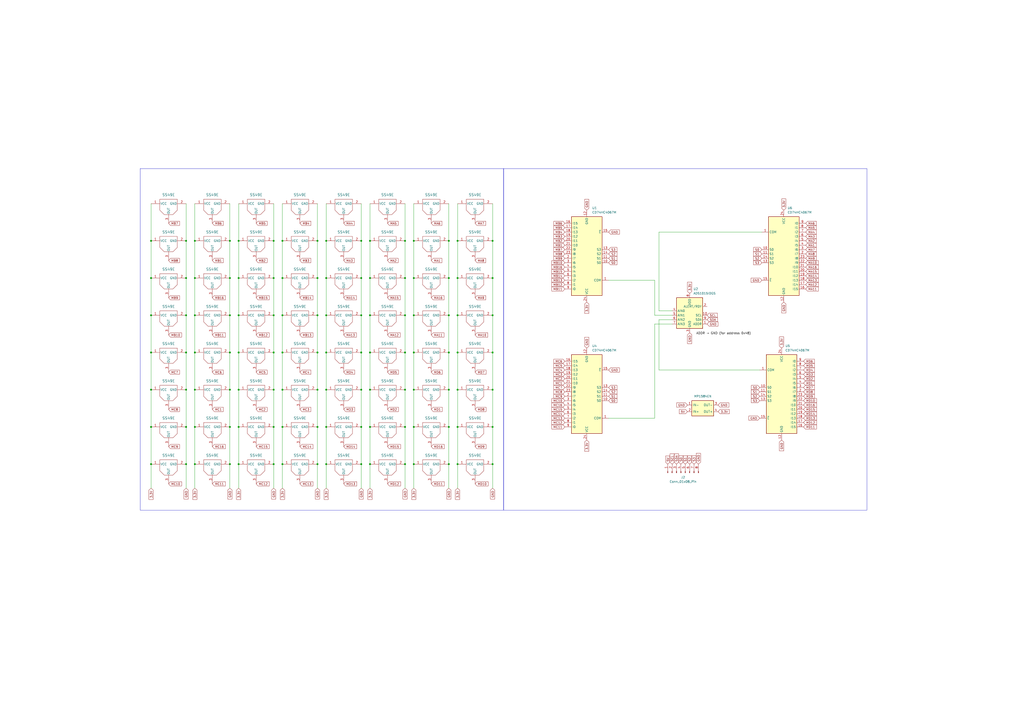
<source format=kicad_sch>
(kicad_sch (version 20250114) (generator "eeschema") (generator_version "9.0")
  (paper "A2")
  (rectangle (start 81.28 97.79) (end 292.1 295.91))
  (rectangle (start 292.1 97.79) (end 502.92 295.91))
  (junction (at 234.95 247.65))
  (junction (at 234.95 204.47))
  (junction (at 113.03 182.88))
  (junction (at 184.15 226.06))
  (junction (at 158.75 161.29))
  (junction (at 87.63 269.24))
  (junction (at 234.95 226.06))
  (junction (at 133.35 161.29))
  (junction (at 240.03 204.47))
  (junction (at 87.63 161.29))
  (junction (at 285.75 139.7))
  (junction (at 184.15 139.7))
  (junction (at 285.75 161.29))
  (junction (at 184.15 247.65))
  (junction (at 265.43 161.29))
  (junction (at 113.03 161.29))
  (junction (at 107.95 161.29))
  (junction (at 138.43 247.65))
  (junction (at 184.15 182.88))
  (junction (at 189.23 204.47))
  (junction (at 260.35 247.65))
  (junction (at 133.35 226.06))
  (junction (at 209.55 247.65))
  (junction (at 107.95 139.7))
  (junction (at 260.35 161.29))
  (junction (at 163.83 226.06))
  (junction (at 158.75 247.65))
  (junction (at 107.95 226.06))
  (junction (at 189.23 269.24))
  (junction (at 184.15 204.47))
  (junction (at 189.23 161.29))
  (junction (at 158.75 226.06))
  (junction (at 158.75 139.7))
  (junction (at 113.03 226.06))
  (junction (at 285.75 269.24))
  (junction (at 240.03 139.7))
  (junction (at 138.43 182.88))
  (junction (at 163.83 247.65))
  (junction (at 234.95 161.29))
  (junction (at 234.95 139.7))
  (junction (at 189.23 247.65))
  (junction (at 285.75 204.47))
  (junction (at 265.43 182.88))
  (junction (at 107.95 204.47))
  (junction (at 240.03 247.65))
  (junction (at 209.55 182.88))
  (junction (at 209.55 204.47))
  (junction (at 133.35 139.7))
  (junction (at 265.43 204.47))
  (junction (at 214.63 226.06))
  (junction (at 189.23 182.88))
  (junction (at 240.03 226.06))
  (junction (at 133.35 247.65))
  (junction (at 189.23 226.06))
  (junction (at 240.03 182.88))
  (junction (at 285.75 182.88))
  (junction (at 265.43 139.7))
  (junction (at 113.03 269.24))
  (junction (at 285.75 247.65))
  (junction (at 265.43 269.24))
  (junction (at 163.83 161.29))
  (junction (at 163.83 269.24))
  (junction (at 189.23 139.7))
  (junction (at 209.55 161.29))
  (junction (at 87.63 204.47))
  (junction (at 234.95 182.88))
  (junction (at 133.35 182.88))
  (junction (at 113.03 247.65))
  (junction (at 209.55 226.06))
  (junction (at 87.63 139.7))
  (junction (at 163.83 139.7))
  (junction (at 265.43 247.65))
  (junction (at 87.63 226.06))
  (junction (at 260.35 182.88))
  (junction (at 214.63 139.7))
  (junction (at 107.95 182.88))
  (junction (at 138.43 226.06))
  (junction (at 163.83 204.47))
  (junction (at 260.35 204.47))
  (junction (at 214.63 269.24))
  (junction (at 209.55 269.24))
  (junction (at 138.43 269.24))
  (junction (at 107.95 269.24))
  (junction (at 260.35 226.06))
  (junction (at 158.75 269.24))
  (junction (at 87.63 247.65))
  (junction (at 163.83 182.88))
  (junction (at 214.63 247.65))
  (junction (at 265.43 226.06))
  (junction (at 184.15 161.29))
  (junction (at 158.75 182.88))
  (junction (at 214.63 182.88))
  (junction (at 138.43 161.29))
  (junction (at 138.43 139.7))
  (junction (at 133.35 269.24))
  (junction (at 87.63 182.88))
  (junction (at 285.75 226.06))
  (junction (at 234.95 269.24))
  (junction (at 209.55 139.7))
  (junction (at 158.75 204.47))
  (junction (at 260.35 139.7))
  (junction (at 240.03 269.24))
  (junction (at 260.35 269.24))
  (junction (at 214.63 204.47))
  (junction (at 133.35 204.47))
  (junction (at 214.63 161.29))
  (junction (at 138.43 204.47))
  (junction (at 184.15 269.24))
  (junction (at 240.03 161.29))
  (junction (at 113.03 139.7))
  (junction (at 107.95 247.65))
  (junction (at 113.03 204.47))
  (wire (pts (xy 240.03 269.24) (xy 240.03 283.21)))
  (wire (pts (xy 209.55 118.11) (xy 209.55 139.7)))
  (wire (pts (xy 285.75 161.29) (xy 285.75 182.88)))
  (wire (pts (xy 189.23 226.06) (xy 189.23 247.65)))
  (wire (pts (xy 189.23 118.11) (xy 189.23 139.7)))
  (wire (pts (xy 163.83 247.65) (xy 163.83 269.24)))
  (wire (pts (xy 184.15 226.06) (xy 184.15 247.65)))
  (wire (pts (xy 107.95 226.06) (xy 107.95 247.65)))
  (wire (pts (xy 158.75 226.06) (xy 158.75 247.65)))
  (wire (pts (xy 113.03 161.29) (xy 113.03 182.88)))
  (wire (pts (xy 260.35 204.47) (xy 260.35 226.06)))
  (wire (pts (xy 158.75 182.88) (xy 158.75 204.47)))
  (wire (pts (xy 133.35 182.88) (xy 133.35 204.47)))
  (wire (pts (xy 209.55 247.65) (xy 209.55 269.24)))
  (wire (pts (xy 234.95 118.11) (xy 234.95 139.7)))
  (wire (pts (xy 107.95 182.88) (xy 107.95 204.47)))
  (wire (pts (xy 265.43 118.11) (xy 265.43 139.7)))
  (wire (pts (xy 285.75 139.7) (xy 285.75 161.29)))
  (wire (pts (xy 184.15 139.7) (xy 184.15 161.29)))
  (wire (pts (xy 113.03 204.47) (xy 113.03 226.06)))
  (wire (pts (xy 163.83 139.7) (xy 163.83 161.29)))
  (wire (pts (xy 138.43 204.47) (xy 138.43 226.06)))
  (wire (pts (xy 189.23 139.7) (xy 189.23 161.29)))
  (wire (pts (xy 158.75 161.29) (xy 158.75 182.88)))
  (wire (pts (xy 234.95 269.24) (xy 234.95 283.21)))
  (wire (pts (xy 113.03 247.65) (xy 113.03 269.24)))
  (wire (pts (xy 189.23 161.29) (xy 189.23 182.88)))
  (wire (pts (xy 163.83 118.11) (xy 163.83 139.7)))
  (wire (pts (xy 353.06 242.57) (xy 379.73 242.57)))
  (wire (pts (xy 158.75 139.7) (xy 158.75 161.29)))
  (wire (pts (xy 133.35 204.47) (xy 133.35 226.06)))
  (wire (pts (xy 184.15 161.29) (xy 184.15 182.88)))
  (wire (pts (xy 234.95 182.88) (xy 234.95 204.47)))
  (wire (pts (xy 214.63 204.47) (xy 214.63 226.06)))
  (wire (pts (xy 234.95 139.7) (xy 234.95 161.29)))
  (wire (pts (xy 285.75 182.88) (xy 285.75 204.47)))
  (wire (pts (xy 214.63 139.7) (xy 214.63 161.29)))
  (wire (pts (xy 87.63 204.47) (xy 87.63 226.06)))
  (wire (pts (xy 138.43 161.29) (xy 138.43 182.88)))
  (wire (pts (xy 260.35 226.06) (xy 260.35 247.65)))
  (wire (pts (xy 138.43 226.06) (xy 138.43 247.65)))
  (wire (pts (xy 107.95 269.24) (xy 107.95 283.21)))
  (wire (pts (xy 234.95 161.29) (xy 234.95 182.88)))
  (wire (pts (xy 113.03 226.06) (xy 113.03 247.65)))
  (wire (pts (xy 189.23 182.88) (xy 189.23 204.47)))
  (wire (pts (xy 234.95 247.65) (xy 234.95 269.24)))
  (wire (pts (xy 113.03 269.24) (xy 113.03 283.21)))
  (wire (pts (xy 189.23 204.47) (xy 189.23 226.06)))
  (wire (pts (xy 87.63 247.65) (xy 87.63 269.24)))
  (wire (pts (xy 285.75 269.24) (xy 285.75 283.21)))
  (wire (pts (xy 209.55 182.88) (xy 209.55 204.47)))
  (wire (pts (xy 209.55 226.06) (xy 209.55 247.65)))
  (wire (pts (xy 209.55 139.7) (xy 209.55 161.29)))
  (wire (pts (xy 265.43 247.65) (xy 265.43 269.24)))
  (wire (pts (xy 184.15 269.24) (xy 184.15 283.21)))
  (wire (pts (xy 87.63 139.7) (xy 87.63 161.29)))
  (wire (pts (xy 163.83 204.47) (xy 163.83 226.06)))
  (wire (pts (xy 158.75 118.11) (xy 158.75 139.7)))
  (wire (pts (xy 379.73 182.88) (xy 389.89 182.88)))
  (wire (pts (xy 260.35 182.88) (xy 260.35 204.47)))
  (wire (pts (xy 87.63 269.24) (xy 87.63 283.21)))
  (wire (pts (xy 214.63 161.29) (xy 214.63 182.88)))
  (wire (pts (xy 133.35 139.7) (xy 133.35 161.29)))
  (wire (pts (xy 234.95 204.47) (xy 234.95 226.06)))
  (wire (pts (xy 382.27 185.42) (xy 389.89 185.42)))
  (wire (pts (xy 87.63 226.06) (xy 87.63 247.65)))
  (wire (pts (xy 113.03 139.7) (xy 113.03 161.29)))
  (wire (pts (xy 107.95 139.7) (xy 107.95 161.29)))
  (wire (pts (xy 285.75 226.06) (xy 285.75 247.65)))
  (wire (pts (xy 133.35 161.29) (xy 133.35 182.88)))
  (wire (pts (xy 441.96 134.62) (xy 382.27 134.62)))
  (wire (pts (xy 214.63 118.11) (xy 214.63 139.7)))
  (wire (pts (xy 240.03 118.11) (xy 240.03 139.7)))
  (wire (pts (xy 379.73 242.57) (xy 379.73 187.96)))
  (wire (pts (xy 133.35 226.06) (xy 133.35 247.65)))
  (wire (pts (xy 234.95 226.06) (xy 234.95 247.65)))
  (wire (pts (xy 209.55 204.47) (xy 209.55 226.06)))
  (wire (pts (xy 240.03 182.88) (xy 240.03 204.47)))
  (wire (pts (xy 107.95 247.65) (xy 107.95 269.24)))
  (wire (pts (xy 163.83 182.88) (xy 163.83 204.47)))
  (wire (pts (xy 138.43 269.24) (xy 138.43 283.21)))
  (wire (pts (xy 184.15 247.65) (xy 184.15 269.24)))
  (wire (pts (xy 214.63 247.65) (xy 214.63 269.24)))
  (wire (pts (xy 138.43 182.88) (xy 138.43 204.47)))
  (wire (pts (xy 353.06 162.56) (xy 379.73 162.56)))
  (wire (pts (xy 189.23 247.65) (xy 189.23 269.24)))
  (wire (pts (xy 133.35 118.11) (xy 133.35 139.7)))
  (wire (pts (xy 214.63 269.24) (xy 214.63 283.21)))
  (wire (pts (xy 158.75 247.65) (xy 158.75 269.24)))
  (wire (pts (xy 260.35 118.11) (xy 260.35 139.7)))
  (wire (pts (xy 87.63 161.29) (xy 87.63 182.88)))
  (wire (pts (xy 440.69 214.63) (xy 382.27 214.63)))
  (wire (pts (xy 113.03 182.88) (xy 113.03 204.47)))
  (wire (pts (xy 260.35 247.65) (xy 260.35 269.24)))
  (wire (pts (xy 240.03 247.65) (xy 240.03 269.24)))
  (wire (pts (xy 382.27 180.34) (xy 389.89 180.34)))
  (wire (pts (xy 260.35 139.7) (xy 260.35 161.29)))
  (wire (pts (xy 107.95 118.11) (xy 107.95 139.7)))
  (wire (pts (xy 265.43 204.47) (xy 265.43 226.06)))
  (wire (pts (xy 265.43 139.7) (xy 265.43 161.29)))
  (wire (pts (xy 133.35 269.24) (xy 133.35 283.21)))
  (wire (pts (xy 138.43 139.7) (xy 138.43 161.29)))
  (wire (pts (xy 133.35 247.65) (xy 133.35 269.24)))
  (wire (pts (xy 138.43 118.11) (xy 138.43 139.7)))
  (wire (pts (xy 113.03 118.11) (xy 113.03 139.7)))
  (wire (pts (xy 214.63 226.06) (xy 214.63 247.65)))
  (wire (pts (xy 138.43 247.65) (xy 138.43 269.24)))
  (wire (pts (xy 158.75 204.47) (xy 158.75 226.06)))
  (wire (pts (xy 163.83 226.06) (xy 163.83 247.65)))
  (wire (pts (xy 382.27 185.42) (xy 382.27 214.63)))
  (wire (pts (xy 240.03 139.7) (xy 240.03 161.29)))
  (wire (pts (xy 184.15 118.11) (xy 184.15 139.7)))
  (wire (pts (xy 163.83 161.29) (xy 163.83 182.88)))
  (wire (pts (xy 260.35 269.24) (xy 260.35 283.21)))
  (wire (pts (xy 209.55 269.24) (xy 209.55 283.21)))
  (wire (pts (xy 265.43 269.24) (xy 265.43 283.21)))
  (wire (pts (xy 184.15 204.47) (xy 184.15 226.06)))
  (wire (pts (xy 189.23 269.24) (xy 189.23 283.21)))
  (wire (pts (xy 209.55 161.29) (xy 209.55 182.88)))
  (wire (pts (xy 240.03 161.29) (xy 240.03 182.88)))
  (wire (pts (xy 265.43 161.29) (xy 265.43 182.88)))
  (wire (pts (xy 285.75 204.47) (xy 285.75 226.06)))
  (wire (pts (xy 240.03 226.06) (xy 240.03 247.65)))
  (wire (pts (xy 240.03 204.47) (xy 240.03 226.06)))
  (wire (pts (xy 158.75 269.24) (xy 158.75 283.21)))
  (wire (pts (xy 87.63 118.11) (xy 87.63 139.7)))
  (wire (pts (xy 265.43 226.06) (xy 265.43 247.65)))
  (wire (pts (xy 214.63 182.88) (xy 214.63 204.47)))
  (wire (pts (xy 107.95 204.47) (xy 107.95 226.06)))
  (wire (pts (xy 285.75 118.11) (xy 285.75 139.7)))
  (wire (pts (xy 87.63 182.88) (xy 87.63 204.47)))
  (wire (pts (xy 382.27 134.62) (xy 382.27 180.34)))
  (wire (pts (xy 265.43 182.88) (xy 265.43 204.47)))
  (wire (pts (xy 107.95 161.29) (xy 107.95 182.88)))
  (wire (pts (xy 379.73 162.56) (xy 379.73 182.88)))
  (wire (pts (xy 260.35 161.29) (xy 260.35 182.88)))
  (wire (pts (xy 379.73 187.96) (xy 389.89 187.96)))
  (wire (pts (xy 285.75 247.65) (xy 285.75 269.24)))
  (wire (pts (xy 184.15 182.88) (xy 184.15 204.47)))
  (wire (pts (xy 163.83 269.24) (xy 163.83 283.21)))
  (label "ADDR → GND (for address 0x48)" (at 403.86 194.31 0))
  (global_label "S1" (shape input) (at 353.06 229.87 0) (property "Intersheetrefs" "${INTERSHEET_REFS}" (effects (hide yes))))
  (global_label "MB13" (shape input) (at 327.66 162.56 180) (property "Intersheetrefs" "${INTERSHEET_REFS}" (effects (hide yes))))
  (global_label "MA16" (shape input) (at 467.36 154.94 0) (property "Intersheetrefs" "${INTERSHEET_REFS}" (effects (hide yes))))
  (global_label "MC8" (shape input) (at 327.66 227.33 180) (property "Intersheetrefs" "${INTERSHEET_REFS}" (effects (hide yes))))
  (global_label "MC3" (shape input) (at 327.66 217.17 180) (property "Intersheetrefs" "${INTERSHEET_REFS}" (effects (hide yes))))
  (global_label "S2" (shape input) (at 353.06 227.33 0) (property "Intersheetrefs" "${INTERSHEET_REFS}" (effects (hide yes))))
  (global_label "MC16" (shape input) (at 327.66 234.95 180) (property "Intersheetrefs" "${INTERSHEET_REFS}" (effects (hide yes))))
  (global_label "MC9" (shape input) (at 327.66 229.87 180) (property "Intersheetrefs" "${INTERSHEET_REFS}" (effects (hide yes))))
  (global_label "MB11" (shape input) (at 123.19 194.31 0) (property "Intersheetrefs" "${INTERSHEET_REFS}" (effects (hide yes))))
  (global_label "MA2" (shape input) (at 467.36 139.7 0) (property "Intersheetrefs" "${INTERSHEET_REFS}" (effects (hide yes))))
  (global_label "MB6" (shape input) (at 123.19 129.54 0) (property "Intersheetrefs" "${INTERSHEET_REFS}" (effects (hide yes))))
  (global_label "GND" (shape input) (at 353.06 214.63 0) (property "Intersheetrefs" "${INTERSHEET_REFS}" (effects (hide yes))))
  (global_label "MA1" (shape input) (at 250.19 151.13 0) (property "Intersheetrefs" "${INTERSHEET_REFS}" (effects (hide yes))))
  (global_label "S3" (shape input) (at 440.69 232.41 180) (property "Intersheetrefs" "${INTERSHEET_REFS}" (effects (hide yes))))
  (global_label "MB13" (shape input) (at 173.99 194.31 0) (property "Intersheetrefs" "${INTERSHEET_REFS}" (effects (hide yes))))
  (global_label "S2" (shape input) (at 400.05 269.24 90) (property "Intersheetrefs" "${INTERSHEET_REFS}" (effects (hide yes))))
  (global_label "3.3V" (shape input) (at 240.03 283.21 270) (property "Intersheetrefs" "${INTERSHEET_REFS}" (effects (hide yes))))
  (global_label "MC15" (shape input) (at 327.66 237.49 180) (property "Intersheetrefs" "${INTERSHEET_REFS}" (effects (hide yes))))
  (global_label "GND" (shape input) (at 353.06 134.62 0) (property "Intersheetrefs" "${INTERSHEET_REFS}" (effects (hide yes))))
  (global_label "S0" (shape input) (at 394.97 269.24 90) (property "Intersheetrefs" "${INTERSHEET_REFS}" (effects (hide yes))))
  (global_label "5V" (shape input) (at 398.78 238.76 180) (property "Intersheetrefs" "${INTERSHEET_REFS}" (effects (hide yes))))
  (global_label "MC13" (shape input) (at 173.99 280.67 0) (property "Intersheetrefs" "${INTERSHEET_REFS}" (effects (hide yes))))
  (global_label "MA1" (shape input) (at 467.36 142.24 0) (property "Intersheetrefs" "${INTERSHEET_REFS}" (effects (hide yes))))
  (global_label "GND" (shape input) (at 340.36 201.93 90) (property "Intersheetrefs" "${INTERSHEET_REFS}" (effects (hide yes))))
  (global_label "MA6" (shape input) (at 250.19 129.54 0) (property "Intersheetrefs" "${INTERSHEET_REFS}" (effects (hide yes))))
  (global_label "MA8" (shape input) (at 275.59 151.13 0) (property "Intersheetrefs" "${INTERSHEET_REFS}" (effects (hide yes))))
  (global_label "MA3" (shape input) (at 199.39 151.13 0) (property "Intersheetrefs" "${INTERSHEET_REFS}" (effects (hide yes))))
  (global_label "MA15" (shape input) (at 467.36 157.48 0) (property "Intersheetrefs" "${INTERSHEET_REFS}" (effects (hide yes))))
  (global_label "S3" (shape input) (at 353.06 224.79 0) (property "Intersheetrefs" "${INTERSHEET_REFS}" (effects (hide yes))))
  (global_label "S0" (shape input) (at 353.06 152.4 0) (property "Intersheetrefs" "${INTERSHEET_REFS}" (effects (hide yes))))
  (global_label "MC8" (shape input) (at 97.79 237.49 0) (property "Intersheetrefs" "${INTERSHEET_REFS}" (effects (hide yes))))
  (global_label "MD4" (shape input) (at 466.09 214.63 0) (property "Intersheetrefs" "${INTERSHEET_REFS}" (effects (hide yes))))
  (global_label "S0" (shape input) (at 440.69 224.79 180) (property "Intersheetrefs" "${INTERSHEET_REFS}" (effects (hide yes))))
  (global_label "3.3V" (shape input) (at 453.39 201.93 90) (property "Intersheetrefs" "${INTERSHEET_REFS}" (effects (hide yes))))
  (global_label "MD16" (shape input) (at 466.09 234.95 0) (property "Intersheetrefs" "${INTERSHEET_REFS}" (effects (hide yes))))
  (global_label "MD8" (shape input) (at 275.59 237.49 0) (property "Intersheetrefs" "${INTERSHEET_REFS}" (effects (hide yes))))
  (global_label "MA7" (shape input) (at 467.36 144.78 0) (property "Intersheetrefs" "${INTERSHEET_REFS}" (effects (hide yes))))
  (global_label "MD1" (shape input) (at 466.09 222.25 0) (property "Intersheetrefs" "${INTERSHEET_REFS}" (effects (hide yes))))
  (global_label "MB6" (shape input) (at 327.66 129.54 180) (property "Intersheetrefs" "${INTERSHEET_REFS}" (effects (hide yes))))
  (global_label "MA6" (shape input) (at 467.36 129.54 0) (property "Intersheetrefs" "${INTERSHEET_REFS}" (effects (hide yes))))
  (global_label "MA14" (shape input) (at 199.39 172.72 0) (property "Intersheetrefs" "${INTERSHEET_REFS}" (effects (hide yes))))
  (global_label "MD4" (shape input) (at 199.39 215.9 0) (property "Intersheetrefs" "${INTERSHEET_REFS}" (effects (hide yes))))
  (global_label "MC10" (shape input) (at 327.66 232.41 180) (property "Intersheetrefs" "${INTERSHEET_REFS}" (effects (hide yes))))
  (global_label "MD5" (shape input) (at 466.09 212.09 0) (property "Intersheetrefs" "${INTERSHEET_REFS}" (effects (hide yes))))
  (global_label "GND" (shape input) (at 234.95 283.21 270) (property "Intersheetrefs" "${INTERSHEET_REFS}" (effects (hide yes))))
  (global_label "MC5" (shape input) (at 327.66 212.09 180) (property "Intersheetrefs" "${INTERSHEET_REFS}" (effects (hide yes))))
  (global_label "MA10" (shape input) (at 275.59 194.31 0) (property "Intersheetrefs" "${INTERSHEET_REFS}" (effects (hide yes))))
  (global_label "MB1" (shape input) (at 123.19 151.13 0) (property "Intersheetrefs" "${INTERSHEET_REFS}" (effects (hide yes))))
  (global_label "MC6" (shape input) (at 327.66 209.55 180) (property "Intersheetrefs" "${INTERSHEET_REFS}" (effects (hide yes))))
  (global_label "MB9" (shape input) (at 327.66 149.86 180) (property "Intersheetrefs" "${INTERSHEET_REFS}" (effects (hide yes))))
  (global_label "SCL" (shape input) (at 389.89 269.24 90) (property "Intersheetrefs" "${INTERSHEET_REFS}" (effects (hide yes))))
  (global_label "MC4" (shape input) (at 327.66 214.63 180) (property "Intersheetrefs" "${INTERSHEET_REFS}" (effects (hide yes))))
  (global_label "3.3V" (shape input) (at 113.03 283.21 270) (property "Intersheetrefs" "${INTERSHEET_REFS}" (effects (hide yes))))
  (global_label "MB15" (shape input) (at 148.59 172.72 0) (property "Intersheetrefs" "${INTERSHEET_REFS}" (effects (hide yes))))
  (global_label "MA15" (shape input) (at 224.79 172.72 0) (property "Intersheetrefs" "${INTERSHEET_REFS}" (effects (hide yes))))
  (global_label "MD13" (shape input) (at 199.39 280.67 0) (property "Intersheetrefs" "${INTERSHEET_REFS}" (effects (hide yes))))
  (global_label "GND" (shape input) (at 285.75 283.21 270) (property "Intersheetrefs" "${INTERSHEET_REFS}" (effects (hide yes))))
  (global_label "MB10" (shape input) (at 327.66 152.4 180) (property "Intersheetrefs" "${INTERSHEET_REFS}" (effects (hide yes))))
  (global_label "MD11" (shape input) (at 466.09 247.65 0) (property "Intersheetrefs" "${INTERSHEET_REFS}" (effects (hide yes))))
  (global_label "MB14" (shape input) (at 173.99 172.72 0) (property "Intersheetrefs" "${INTERSHEET_REFS}" (effects (hide yes))))
  (global_label "MB5" (shape input) (at 327.66 132.08 180) (property "Intersheetrefs" "${INTERSHEET_REFS}" (effects (hide yes))))
  (global_label "GND" (shape input) (at 158.75 283.21 270) (property "Intersheetrefs" "${INTERSHEET_REFS}" (effects (hide yes))))
  (global_label "S1" (shape input) (at 397.51 269.24 90) (property "Intersheetrefs" "${INTERSHEET_REFS}" (effects (hide yes))))
  (global_label "GND" (shape input) (at 410.21 187.96 0) (property "Intersheetrefs" "${INTERSHEET_REFS}" (effects (hide yes))))
  (global_label "MC16" (shape input) (at 123.19 259.08 0) (property "Intersheetrefs" "${INTERSHEET_REFS}" (effects (hide yes))))
  (global_label "SCL" (shape input) (at 410.21 182.88 0) (property "Intersheetrefs" "${INTERSHEET_REFS}" (effects (hide yes))))
  (global_label "MD10" (shape input) (at 466.09 232.41 0) (property "Intersheetrefs" "${INTERSHEET_REFS}" (effects (hide yes))))
  (global_label "MD3" (shape input) (at 199.39 237.49 0) (property "Intersheetrefs" "${INTERSHEET_REFS}" (effects (hide yes))))
  (global_label "GND" (shape input) (at 441.96 162.56 180) (property "Intersheetrefs" "${INTERSHEET_REFS}" (effects (hide yes))))
  (global_label "MB10" (shape input) (at 97.79 194.31 0) (property "Intersheetrefs" "${INTERSHEET_REFS}" (effects (hide yes))))
  (global_label "MC2" (shape input) (at 148.59 237.49 0) (property "Intersheetrefs" "${INTERSHEET_REFS}" (effects (hide yes))))
  (global_label "MA13" (shape input) (at 467.36 162.56 0) (property "Intersheetrefs" "${INTERSHEET_REFS}" (effects (hide yes))))
  (global_label "MD15" (shape input) (at 466.09 237.49 0) (property "Intersheetrefs" "${INTERSHEET_REFS}" (effects (hide yes))))
  (global_label "MC10" (shape input) (at 97.79 280.67 0) (property "Intersheetrefs" "${INTERSHEET_REFS}" (effects (hide yes))))
  (global_label "MB7" (shape input) (at 327.66 144.78 180) (property "Intersheetrefs" "${INTERSHEET_REFS}" (effects (hide yes))))
  (global_label "MC4" (shape input) (at 173.99 215.9 0) (property "Intersheetrefs" "${INTERSHEET_REFS}" (effects (hide yes))))
  (global_label "MB8" (shape input) (at 97.79 151.13 0) (property "Intersheetrefs" "${INTERSHEET_REFS}" (effects (hide yes))))
  (global_label "MD9" (shape input) (at 466.09 229.87 0) (property "Intersheetrefs" "${INTERSHEET_REFS}" (effects (hide yes))))
  (global_label "MB4" (shape input) (at 173.99 129.54 0) (property "Intersheetrefs" "${INTERSHEET_REFS}" (effects (hide yes))))
  (global_label "GND" (shape input) (at 184.15 283.21 270) (property "Intersheetrefs" "${INTERSHEET_REFS}" (effects (hide yes))))
  (global_label "5V" (shape input) (at 387.35 269.24 90) (property "Intersheetrefs" "${INTERSHEET_REFS}" (effects (hide yes))))
  (global_label "S0" (shape input) (at 441.96 144.78 180) (property "Intersheetrefs" "${INTERSHEET_REFS}" (effects (hide yes))))
  (global_label "MA5" (shape input) (at 467.36 132.08 0) (property "Intersheetrefs" "${INTERSHEET_REFS}" (effects (hide yes))))
  (global_label "S1" (shape input) (at 441.96 147.32 180) (property "Intersheetrefs" "${INTERSHEET_REFS}" (effects (hide yes))))
  (global_label "MB9" (shape input) (at 97.79 172.72 0) (property "Intersheetrefs" "${INTERSHEET_REFS}" (effects (hide yes))))
  (global_label "MD6" (shape input) (at 250.19 215.9 0) (property "Intersheetrefs" "${INTERSHEET_REFS}" (effects (hide yes))))
  (global_label "MD13" (shape input) (at 466.09 242.57 0) (property "Intersheetrefs" "${INTERSHEET_REFS}" (effects (hide yes))))
  (global_label "MA12" (shape input) (at 467.36 165.1 0) (property "Intersheetrefs" "${INTERSHEET_REFS}" (effects (hide yes))))
  (global_label "MB2" (shape input) (at 148.59 151.13 0) (property "Intersheetrefs" "${INTERSHEET_REFS}" (effects (hide yes))))
  (global_label "SDA" (shape input) (at 410.21 185.42 0) (property "Intersheetrefs" "${INTERSHEET_REFS}" (effects (hide yes))))
  (global_label "MB14" (shape input) (at 327.66 160.02 180) (property "Intersheetrefs" "${INTERSHEET_REFS}" (effects (hide yes))))
  (global_label "GND" (shape input) (at 209.55 283.21 270) (property "Intersheetrefs" "${INTERSHEET_REFS}" (effects (hide yes))))
  (global_label "MA10" (shape input) (at 467.36 152.4 0) (property "Intersheetrefs" "${INTERSHEET_REFS}" (effects (hide yes))))
  (global_label "MD12" (shape input) (at 466.09 245.11 0) (property "Intersheetrefs" "${INTERSHEET_REFS}" (effects (hide yes))))
  (global_label "MA5" (shape input) (at 224.79 129.54 0) (property "Intersheetrefs" "${INTERSHEET_REFS}" (effects (hide yes))))
  (global_label "MD11" (shape input) (at 250.19 280.67 0) (property "Intersheetrefs" "${INTERSHEET_REFS}" (effects (hide yes))))
  (global_label "MD3" (shape input) (at 466.09 217.17 0) (property "Intersheetrefs" "${INTERSHEET_REFS}" (effects (hide yes))))
  (global_label "MD14" (shape input) (at 466.09 240.03 0) (property "Intersheetrefs" "${INTERSHEET_REFS}" (effects (hide yes))))
  (global_label "MC7" (shape input) (at 327.66 224.79 180) (property "Intersheetrefs" "${INTERSHEET_REFS}" (effects (hide yes))))
  (global_label "MA3" (shape input) (at 467.36 137.16 0) (property "Intersheetrefs" "${INTERSHEET_REFS}" (effects (hide yes))))
  (global_label "MA11" (shape input) (at 467.36 167.64 0) (property "Intersheetrefs" "${INTERSHEET_REFS}" (effects (hide yes))))
  (global_label "MB12" (shape input) (at 327.66 165.1 180) (property "Intersheetrefs" "${INTERSHEET_REFS}" (effects (hide yes))))
  (global_label "MD15" (shape input) (at 224.79 259.08 0) (property "Intersheetrefs" "${INTERSHEET_REFS}" (effects (hide yes))))
  (global_label "MB8" (shape input) (at 327.66 147.32 180) (property "Intersheetrefs" "${INTERSHEET_REFS}" (effects (hide yes))))
  (global_label "MA4" (shape input) (at 467.36 134.62 0) (property "Intersheetrefs" "${INTERSHEET_REFS}" (effects (hide yes))))
  (global_label "3.3V" (shape input) (at 400.05 170.18 90) (property "Intersheetrefs" "${INTERSHEET_REFS}" (effects (hide yes))))
  (global_label "GND" (shape input) (at 405.13 269.24 90) (property "Intersheetrefs" "${INTERSHEET_REFS}" (effects (hide yes))))
  (global_label "MA8" (shape input) (at 467.36 147.32 0) (property "Intersheetrefs" "${INTERSHEET_REFS}" (effects (hide yes))))
  (global_label "GND" (shape input) (at 416.56 234.95 0) (property "Intersheetrefs" "${INTERSHEET_REFS}" (effects (hide yes))))
  (global_label "MC1" (shape input) (at 327.66 222.25 180) (property "Intersheetrefs" "${INTERSHEET_REFS}" (effects (hide yes))))
  (global_label "MD12" (shape input) (at 224.79 280.67 0) (property "Intersheetrefs" "${INTERSHEET_REFS}" (effects (hide yes))))
  (global_label "GND" (shape input) (at 107.95 283.21 270) (property "Intersheetrefs" "${INTERSHEET_REFS}" (effects (hide yes))))
  (global_label "S2" (shape input) (at 440.69 229.87 180) (property "Intersheetrefs" "${INTERSHEET_REFS}" (effects (hide yes))))
  (global_label "3.3V" (shape input) (at 163.83 283.21 270) (property "Intersheetrefs" "${INTERSHEET_REFS}" (effects (hide yes))))
  (global_label "S2" (shape input) (at 441.96 149.86 180) (property "Intersheetrefs" "${INTERSHEET_REFS}" (effects (hide yes))))
  (global_label "GND" (shape input) (at 340.36 121.92 90) (property "Intersheetrefs" "${INTERSHEET_REFS}" (effects (hide yes))))
  (global_label "MB12" (shape input) (at 148.59 194.31 0) (property "Intersheetrefs" "${INTERSHEET_REFS}" (effects (hide yes))))
  (global_label "GND" (shape input) (at 260.35 283.21 270) (property "Intersheetrefs" "${INTERSHEET_REFS}" (effects (hide yes))))
  (global_label "MC1" (shape input) (at 123.19 237.49 0) (property "Intersheetrefs" "${INTERSHEET_REFS}" (effects (hide yes))))
  (global_label "S3" (shape input) (at 353.06 144.78 0) (property "Intersheetrefs" "${INTERSHEET_REFS}" (effects (hide yes))))
  (global_label "MC15" (shape input) (at 148.59 259.08 0) (property "Intersheetrefs" "${INTERSHEET_REFS}" (effects (hide yes))))
  (global_label "GND" (shape input) (at 400.05 193.04 270) (property "Intersheetrefs" "${INTERSHEET_REFS}" (effects (hide yes))))
  (global_label "S3" (shape input) (at 402.59 269.24 90) (property "Intersheetrefs" "${INTERSHEET_REFS}" (effects (hide yes))))
  (global_label "MC14" (shape input) (at 327.66 240.03 180) (property "Intersheetrefs" "${INTERSHEET_REFS}" (effects (hide yes))))
  (global_label "3.3V" (shape input) (at 138.43 283.21 270) (property "Intersheetrefs" "${INTERSHEET_REFS}" (effects (hide yes))))
  (global_label "GND" (shape input) (at 133.35 283.21 270) (property "Intersheetrefs" "${INTERSHEET_REFS}" (effects (hide yes))))
  (global_label "MB15" (shape input) (at 327.66 157.48 180) (property "Intersheetrefs" "${INTERSHEET_REFS}" (effects (hide yes))))
  (global_label "MD10" (shape input) (at 275.59 280.67 0) (property "Intersheetrefs" "${INTERSHEET_REFS}" (effects (hide yes))))
  (global_label "MC13" (shape input) (at 327.66 242.57 180) (property "Intersheetrefs" "${INTERSHEET_REFS}" (effects (hide yes))))
  (global_label "MB1" (shape input) (at 327.66 142.24 180) (property "Intersheetrefs" "${INTERSHEET_REFS}" (effects (hide yes))))
  (global_label "MD7" (shape input) (at 275.59 215.9 0) (property "Intersheetrefs" "${INTERSHEET_REFS}" (effects (hide yes))))
  (global_label "MA7" (shape input) (at 275.59 129.54 0) (property "Intersheetrefs" "${INTERSHEET_REFS}" (effects (hide yes))))
  (global_label "MB16" (shape input) (at 123.19 172.72 0) (property "Intersheetrefs" "${INTERSHEET_REFS}" (effects (hide yes))))
  (global_label "3.3V" (shape input) (at 340.36 175.26 270) (property "Intersheetrefs" "${INTERSHEET_REFS}" (effects (hide yes))))
  (global_label "MC7" (shape input) (at 97.79 215.9 0) (property "Intersheetrefs" "${INTERSHEET_REFS}" (effects (hide yes))))
  (global_label "MB2" (shape input) (at 327.66 139.7 180) (property "Intersheetrefs" "${INTERSHEET_REFS}" (effects (hide yes))))
  (global_label "S2" (shape input) (at 353.06 147.32 0) (property "Intersheetrefs" "${INTERSHEET_REFS}" (effects (hide yes))))
  (global_label "MC6" (shape input) (at 123.19 215.9 0) (property "Intersheetrefs" "${INTERSHEET_REFS}" (effects (hide yes))))
  (global_label "3.3V" (shape input) (at 189.23 283.21 270) (property "Intersheetrefs" "${INTERSHEET_REFS}" (effects (hide yes))))
  (global_label "S0" (shape input) (at 353.06 232.41 0) (property "Intersheetrefs" "${INTERSHEET_REFS}" (effects (hide yes))))
  (global_label "MD5" (shape input) (at 224.79 215.9 0) (property "Intersheetrefs" "${INTERSHEET_REFS}" (effects (hide yes))))
  (global_label "GND" (shape input) (at 398.78 234.95 180) (property "Intersheetrefs" "${INTERSHEET_REFS}" (effects (hide yes))))
  (global_label "MB16" (shape input) (at 327.66 154.94 180) (property "Intersheetrefs" "${INTERSHEET_REFS}" (effects (hide yes))))
  (global_label "MA9" (shape input) (at 467.36 149.86 0) (property "Intersheetrefs" "${INTERSHEET_REFS}" (effects (hide yes))))
  (global_label "MD6" (shape input) (at 466.09 209.55 0) (property "Intersheetrefs" "${INTERSHEET_REFS}" (effects (hide yes))))
  (global_label "3.3V" (shape input) (at 265.43 283.21 270) (property "Intersheetrefs" "${INTERSHEET_REFS}" (effects (hide yes))))
  (global_label "MB3" (shape input) (at 173.99 151.13 0) (property "Intersheetrefs" "${INTERSHEET_REFS}" (effects (hide yes))))
  (global_label "MC11" (shape input) (at 327.66 247.65 180) (property "Intersheetrefs" "${INTERSHEET_REFS}" (effects (hide yes))))
  (global_label "MC12" (shape input) (at 327.66 245.11 180) (property "Intersheetrefs" "${INTERSHEET_REFS}" (effects (hide yes))))
  (global_label "MC9" (shape input) (at 97.79 259.08 0) (property "Intersheetrefs" "${INTERSHEET_REFS}" (effects (hide yes))))
  (global_label "MC11" (shape input) (at 123.19 280.67 0) (property "Intersheetrefs" "${INTERSHEET_REFS}" (effects (hide yes))))
  (global_label "MC2" (shape input) (at 327.66 219.71 180) (property "Intersheetrefs" "${INTERSHEET_REFS}" (effects (hide yes))))
  (global_label "MA13" (shape input) (at 199.39 194.31 0) (property "Intersheetrefs" "${INTERSHEET_REFS}" (effects (hide yes))))
  (global_label "MD1" (shape input) (at 250.19 237.49 0) (property "Intersheetrefs" "${INTERSHEET_REFS}" (effects (hide yes))))
  (global_label "MA11" (shape input) (at 250.19 194.31 0) (property "Intersheetrefs" "${INTERSHEET_REFS}" (effects (hide yes))))
  (global_label "MC14" (shape input) (at 173.99 259.08 0) (property "Intersheetrefs" "${INTERSHEET_REFS}" (effects (hide yes))))
  (global_label "MA2" (shape input) (at 224.79 151.13 0) (property "Intersheetrefs" "${INTERSHEET_REFS}" (effects (hide yes))))
  (global_label "MC3" (shape input) (at 173.99 237.49 0) (property "Intersheetrefs" "${INTERSHEET_REFS}" (effects (hide yes))))
  (global_label "3.3V" (shape input) (at 214.63 283.21 270) (property "Intersheetrefs" "${INTERSHEET_REFS}" (effects (hide yes))))
  (global_label "S3" (shape input) (at 441.96 152.4 180) (property "Intersheetrefs" "${INTERSHEET_REFS}" (effects (hide yes))))
  (global_label "MB3" (shape input) (at 327.66 137.16 180) (property "Intersheetrefs" "${INTERSHEET_REFS}" (effects (hide yes))))
  (global_label "GND" (shape input) (at 453.39 255.27 270) (property "Intersheetrefs" "${INTERSHEET_REFS}" (effects (hide yes))))
  (global_label "MD8" (shape input) (at 466.09 227.33 0) (property "Intersheetrefs" "${INTERSHEET_REFS}" (effects (hide yes))))
  (global_label "GND" (shape input) (at 440.69 242.57 180) (property "Intersheetrefs" "${INTERSHEET_REFS}" (effects (hide yes))))
  (global_label "MB4" (shape input) (at 327.66 134.62 180) (property "Intersheetrefs" "${INTERSHEET_REFS}" (effects (hide yes))))
  (global_label "MD2" (shape input) (at 224.79 237.49 0) (property "Intersheetrefs" "${INTERSHEET_REFS}" (effects (hide yes))))
  (global_label "3.3V" (shape input) (at 416.56 238.76 0) (property "Intersheetrefs" "${INTERSHEET_REFS}" (effects (hide yes))))
  (global_label "MA9" (shape input) (at 275.59 172.72 0) (property "Intersheetrefs" "${INTERSHEET_REFS}" (effects (hide yes))))
  (global_label "MB7" (shape input) (at 97.79 129.54 0) (property "Intersheetrefs" "${INTERSHEET_REFS}" (effects (hide yes))))
  (global_label "MB5" (shape input) (at 148.59 129.54 0) (property "Intersheetrefs" "${INTERSHEET_REFS}" (effects (hide yes))))
  (global_label "S1" (shape input) (at 353.06 149.86 0) (property "Intersheetrefs" "${INTERSHEET_REFS}" (effects (hide yes))))
  (global_label "MD7" (shape input) (at 466.09 224.79 0) (property "Intersheetrefs" "${INTERSHEET_REFS}" (effects (hide yes))))
  (global_label "MD16" (shape input) (at 250.19 259.08 0) (property "Intersheetrefs" "${INTERSHEET_REFS}" (effects (hide yes))))
  (global_label "GND" (shape input) (at 454.66 175.26 270) (property "Intersheetrefs" "${INTERSHEET_REFS}" (effects (hide yes))))
  (global_label "MD2" (shape input) (at 466.09 219.71 0) (property "Intersheetrefs" "${INTERSHEET_REFS}" (effects (hide yes))))
  (global_label "MA14" (shape input) (at 467.36 160.02 0) (property "Intersheetrefs" "${INTERSHEET_REFS}" (effects (hide yes))))
  (global_label "3.3V" (shape input) (at 87.63 283.21 270) (property "Intersheetrefs" "${INTERSHEET_REFS}" (effects (hide yes))))
  (global_label "MC12" (shape input) (at 148.59 280.67 0) (property "Intersheetrefs" "${INTERSHEET_REFS}" (effects (hide yes))))
  (global_label "3.3V" (shape input) (at 454.66 121.92 90) (property "Intersheetrefs" "${INTERSHEET_REFS}" (effects (hide yes))))
  (global_label "MA12" (shape input) (at 224.79 194.31 0) (property "Intersheetrefs" "${INTERSHEET_REFS}" (effects (hide yes))))
  (global_label "MA4" (shape input) (at 199.39 129.54 0) (property "Intersheetrefs" "${INTERSHEET_REFS}" (effects (hide yes))))
  (global_label "3.3V" (shape input) (at 340.36 255.27 270) (property "Intersheetrefs" "${INTERSHEET_REFS}" (effects (hide yes))))
  (global_label "MA16" (shape input) (at 250.19 172.72 0) (property "Intersheetrefs" "${INTERSHEET_REFS}" (effects (hide yes))))
  (global_label "SDA" (shape input) (at 392.43 269.24 90) (property "Intersheetrefs" "${INTERSHEET_REFS}" (effects (hide yes))))
  (global_label "S1" (shape input) (at 440.69 227.33 180) (property "Intersheetrefs" "${INTERSHEET_REFS}" (effects (hide yes))))
  (global_label "MD14" (shape input) (at 199.39 259.08 0) (property "Intersheetrefs" "${INTERSHEET_REFS}" (effects (hide yes))))
  (global_label "MC5" (shape input) (at 148.59 215.9 0) (property "Intersheetrefs" "${INTERSHEET_REFS}" (effects (hide yes))))
  (global_label "MD9" (shape input) (at 275.59 259.08 0) (property "Intersheetrefs" "${INTERSHEET_REFS}" (effects (hide yes))))
  (global_label "MB11" (shape input) (at 327.66 167.64 180) (property "Intersheetrefs" "${INTERSHEET_REFS}" (effects (hide yes))))
  (symbol (lib_id "MagChess:SS49E") (at 199.39 271.78 0) (unit 1)
    (property "Reference" "U50" (effects (hide yes)))
    (property "Value" "SS49E" (at 199.39 264.16 0) (effects (font (size 1.524 1.524))))
    (property "Footprint" "MagChess:SS49E" (effects (hide yes)))
    (property "Datasheet" "SS49E" (effects (hide yes)))
  )
  (symbol (lib_id "MagChess:SS49E") (at 224.79 185.42 0) (unit 1)
    (property "Reference" "U37" (effects (hide yes)))
    (property "Value" "SS49E" (at 224.79 177.8 0) (effects (font (size 1.524 1.524))))
    (property "Footprint" "MagChess:SS49E" (effects (hide yes)))
    (property "Datasheet" "SS49E" (effects (hide yes)))
  )
  (symbol (lib_id "MagChess:SS49E") (at 148.59 271.78 0) (unit 1)
    (property "Reference" "U73" (effects (hide yes)))
    (property "Value" "SS49E" (at 148.59 264.16 0) (effects (font (size 1.524 1.524))))
    (property "Footprint" "MagChess:SS49E" (effects (hide yes)))
    (property "Datasheet" "SS49E" (effects (hide yes)))
  )
  (symbol (lib_id "MagChess:SS49E") (at 148.59 185.42 0) (unit 1)
    (property "Reference" "U61" (effects (hide yes)))
    (property "Value" "SS49E" (at 148.59 177.8 0) (effects (font (size 1.524 1.524))))
    (property "Footprint" "MagChess:SS49E" (effects (hide yes)))
    (property "Datasheet" "SS49E" (effects (hide yes)))
  )
  (symbol (lib_id "74xx:CD74HC4067M") (at 340.36 229.87 180) (unit 1)
    (property "Reference" "U4" (at 343.4781 200.66 0) (effects (justify right)))
    (property "Value" "CD74HC4067M" (at 343.4781 203.2 0) (effects (justify right)))
    (property "Footprint" "MagChess:CD74HC4067" (effects (hide yes)))
    (property "Datasheet" "http://www.ti.com/lit/ds/symlink/cd74hc4067.pdf" (effects (hide yes)))
    (property "Description" "High-Speed CMOS Logic 16-Channel Analog Multiplexer/Demultiplexer, SOIC-24" (effects (hide yes)))
  )
  (symbol (lib_id "Analog_ADC:ADS1015IDGS") (at 400.05 182.88 0) (unit 1)
    (property "Reference" "U2" (at 402.1933 167.64 0) (effects (justify left)))
    (property "Value" "ADS1015IDGS" (at 402.1933 170.18 0) (effects (justify left)))
    (property "Footprint" "MagChess:ADS1015" (effects (hide yes)))
    (property "Datasheet" "http://www.ti.com/lit/ds/symlink/ads1015.pdf" (effects (hide yes)))
    (property "Description" "Ultra-Small, Low-Power, I2C-Compatible, 3.3-kSPS, 12-Bit ADCs With Internal Reference, Oscillator, and Programmable Comparator, VSSOP-10" (effects (hide yes)))
  )
  (symbol (lib_id "MagChess:SS49E") (at 148.59 250.19 0) (unit 1)
    (property "Reference" "U70" (effects (hide yes)))
    (property "Value" "SS49E" (at 148.59 242.57 0) (effects (font (size 1.524 1.524))))
    (property "Footprint" "MagChess:SS49E" (effects (hide yes)))
    (property "Datasheet" "SS49E" (effects (hide yes)))
  )
  (symbol (lib_id "MagChess:SS49E") (at 275.59 271.78 0) (unit 1)
    (property "Reference" "U19" (effects (hide yes)))
    (property "Value" "SS49E" (at 275.59 264.16 0) (effects (font (size 1.524 1.524))))
    (property "Footprint" "MagChess:SS49E" (effects (hide yes)))
    (property "Datasheet" "SS49E" (effects (hide yes)))
  )
  (symbol (lib_id "MagChess:SS49E") (at 275.59 142.24 0) (unit 1)
    (property "Reference" "U13" (effects (hide yes)))
    (property "Value" "SS49E" (at 275.59 134.62 0) (effects (font (size 1.524 1.524))))
    (property "Footprint" "MagChess:SS49E" (effects (hide yes)))
    (property "Datasheet" "SS49E" (effects (hide yes)))
  )
  (symbol (lib_id "MagChess:SS49E") (at 224.79 250.19 0) (unit 1)
    (property "Reference" "U46" (effects (hide yes)))
    (property "Value" "SS49E" (at 224.79 242.57 0) (effects (font (size 1.524 1.524))))
    (property "Footprint" "MagChess:SS49E" (effects (hide yes)))
    (property "Datasheet" "SS49E" (effects (hide yes)))
  )
  (symbol (lib_id "MagChess:SS49E") (at 148.59 228.6 0) (unit 1)
    (property "Reference" "U67" (effects (hide yes)))
    (property "Value" "SS49E" (at 148.59 220.98 0) (effects (font (size 1.524 1.524))))
    (property "Footprint" "MagChess:SS49E" (effects (hide yes)))
    (property "Datasheet" "SS49E" (effects (hide yes)))
  )
  (symbol (lib_id "MagChess:SS49E") (at 250.19 271.78 0) (unit 1)
    (property "Reference" "U27" (effects (hide yes)))
    (property "Value" "SS49E" (at 250.19 264.16 0) (effects (font (size 1.524 1.524))))
    (property "Footprint" "MagChess:SS49E" (effects (hide yes)))
    (property "Datasheet" "SS49E" (effects (hide yes)))
  )
  (symbol (lib_id "MagChess:SS49E") (at 224.79 120.65 0) (unit 1)
    (property "Reference" "U28" (effects (hide yes)))
    (property "Value" "SS49E" (at 224.79 113.03 0) (effects (font (size 1.524 1.524))))
    (property "Footprint" "MagChess:SS49E" (effects (hide yes)))
    (property "Datasheet" "SS49E" (effects (hide yes)))
  )
  (symbol (lib_id "MagChess:SS49E") (at 148.59 142.24 0) (unit 1)
    (property "Reference" "U55" (effects (hide yes)))
    (property "Value" "SS49E" (at 148.59 134.62 0) (effects (font (size 1.524 1.524))))
    (property "Footprint" "MagChess:SS49E" (effects (hide yes)))
    (property "Datasheet" "SS49E" (effects (hide yes)))
  )
  (symbol (lib_id "MagChess:SS49E") (at 250.19 185.42 0) (unit 1)
    (property "Reference" "U23" (effects (hide yes)))
    (property "Value" "SS49E" (at 250.19 177.8 0) (effects (font (size 1.524 1.524))))
    (property "Footprint" "MagChess:SS49E" (effects (hide yes)))
    (property "Datasheet" "SS49E" (effects (hide yes)))
  )
  (symbol (lib_id "MagChess:SS49E") (at 275.59 250.19 0) (unit 1)
    (property "Reference" "U18" (effects (hide yes)))
    (property "Value" "SS49E" (at 275.59 242.57 0) (effects (font (size 1.524 1.524))))
    (property "Footprint" "MagChess:SS49E" (effects (hide yes)))
    (property "Datasheet" "SS49E" (effects (hide yes)))
  )
  (symbol (lib_id "MagChess:SS49E") (at 97.79 120.65 0) (unit 1)
    (property "Reference" "U54" (effects (hide yes)))
    (property "Value" "SS49E" (at 97.79 113.03 0) (effects (font (size 1.524 1.524))))
    (property "Footprint" "MagChess:SS49E" (effects (hide yes)))
    (property "Datasheet" "SS49E" (effects (hide yes)))
  )
  (symbol (lib_id "MagChess:SS49E") (at 123.19 142.24 0) (unit 1)
    (property "Reference" "U56" (effects (hide yes)))
    (property "Value" "SS49E" (at 123.19 134.62 0) (effects (font (size 1.524 1.524))))
    (property "Footprint" "MagChess:SS49E" (effects (hide yes)))
    (property "Datasheet" "SS49E" (effects (hide yes)))
  )
  (symbol (lib_id "MagChess:SS49E") (at 123.19 250.19 0) (unit 1)
    (property "Reference" "U71" (effects (hide yes)))
    (property "Value" "SS49E" (at 123.19 242.57 0) (effects (font (size 1.524 1.524))))
    (property "Footprint" "MagChess:SS49E" (effects (hide yes)))
    (property "Datasheet" "SS49E" (effects (hide yes)))
  )
  (symbol (lib_id "MagChess:SS49E") (at 123.19 228.6 0) (unit 1)
    (property "Reference" "U68" (effects (hide yes)))
    (property "Value" "SS49E" (at 123.19 220.98 0) (effects (font (size 1.524 1.524))))
    (property "Footprint" "MagChess:SS49E" (effects (hide yes)))
    (property "Datasheet" "SS49E" (effects (hide yes)))
  )
  (symbol (lib_id "MagChess:SS49E") (at 97.79 142.24 0) (unit 1)
    (property "Reference" "U57" (effects (hide yes)))
    (property "Value" "SS49E" (at 97.79 134.62 0) (effects (font (size 1.524 1.524))))
    (property "Footprint" "MagChess:SS49E" (effects (hide yes)))
    (property "Datasheet" "SS49E" (effects (hide yes)))
  )
  (symbol (lib_id "MagChess:SS49E") (at 173.99 271.78 0) (unit 1)
    (property "Reference" "U51" (effects (hide yes)))
    (property "Value" "SS49E" (at 173.99 264.16 0) (effects (font (size 1.524 1.524))))
    (property "Footprint" "MagChess:SS49E" (effects (hide yes)))
    (property "Datasheet" "SS49E" (effects (hide yes)))
  )
  (symbol (lib_id "MagChess:SS49E") (at 97.79 228.6 0) (unit 1)
    (property "Reference" "U69" (effects (hide yes)))
    (property "Value" "SS49E" (at 97.79 220.98 0) (effects (font (size 1.524 1.524))))
    (property "Footprint" "MagChess:SS49E" (effects (hide yes)))
    (property "Datasheet" "SS49E" (effects (hide yes)))
  )
  (symbol (lib_id "MagChess:SS49E") (at 97.79 185.42 0) (unit 1)
    (property "Reference" "U63" (effects (hide yes)))
    (property "Value" "SS49E" (at 97.79 177.8 0) (effects (font (size 1.524 1.524))))
    (property "Footprint" "MagChess:SS49E" (effects (hide yes)))
    (property "Datasheet" "SS49E" (effects (hide yes)))
  )
  (symbol (lib_id "74xx:CD74HC4067M") (at 454.66 147.32 0) (unit 1)
    (property "Reference" "U6" (at 456.8033 120.65 0) (effects (justify left)))
    (property "Value" "CD74HC4067M" (at 456.8033 123.19 0) (effects (justify left)))
    (property "Footprint" "MagChess:CD74HC4067" (effects (hide yes)))
    (property "Datasheet" "http://www.ti.com/lit/ds/symlink/cd74hc4067.pdf" (effects (hide yes)))
    (property "Description" "High-Speed CMOS Logic 16-Channel Analog Multiplexer/Demultiplexer, SOIC-24" (effects (hide yes)))
  )
  (symbol (lib_id "MagChess:SS49E") (at 173.99 120.65 0) (unit 1)
    (property "Reference" "U30" (effects (hide yes)))
    (property "Value" "SS49E" (at 173.99 113.03 0) (effects (font (size 1.524 1.524))))
    (property "Footprint" "MagChess:SS49E" (effects (hide yes)))
    (property "Datasheet" "SS49E" (effects (hide yes)))
  )
  (symbol (lib_id "MagChess:SS49E") (at 97.79 163.83 0) (unit 1)
    (property "Reference" "U60" (effects (hide yes)))
    (property "Value" "SS49E" (at 97.79 156.21 0) (effects (font (size 1.524 1.524))))
    (property "Footprint" "MagChess:SS49E" (effects (hide yes)))
    (property "Datasheet" "SS49E" (effects (hide yes)))
  )
  (symbol (lib_id "MagChess:SS49E") (at 275.59 228.6 0) (unit 1)
    (property "Reference" "U17" (effects (hide yes)))
    (property "Value" "SS49E" (at 275.59 220.98 0) (effects (font (size 1.524 1.524))))
    (property "Footprint" "MagChess:SS49E" (effects (hide yes)))
    (property "Datasheet" "SS49E" (effects (hide yes)))
  )
  (symbol (lib_id "MagChess:SS49E") (at 224.79 163.83 0) (unit 1)
    (property "Reference" "U34" (effects (hide yes)))
    (property "Value" "SS49E" (at 224.79 156.21 0) (effects (font (size 1.524 1.524))))
    (property "Footprint" "MagChess:SS49E" (effects (hide yes)))
    (property "Datasheet" "SS49E" (effects (hide yes)))
  )
  (symbol (lib_id "MagChess:SS49E") (at 250.19 250.19 0) (unit 1)
    (property "Reference" "U26" (effects (hide yes)))
    (property "Value" "SS49E" (at 250.19 242.57 0) (effects (font (size 1.524 1.524))))
    (property "Footprint" "MagChess:SS49E" (effects (hide yes)))
    (property "Datasheet" "SS49E" (effects (hide yes)))
  )
  (symbol (lib_id "MagChess:SS49E") (at 148.59 120.65 0) (unit 1)
    (property "Reference" "U52" (effects (hide yes)))
    (property "Value" "SS49E" (at 148.59 113.03 0) (effects (font (size 1.524 1.524))))
    (property "Footprint" "MagChess:SS49E" (effects (hide yes)))
    (property "Datasheet" "SS49E" (effects (hide yes)))
  )
  (symbol (lib_id "MagChess:SS49E") (at 148.59 163.83 0) (unit 1)
    (property "Reference" "U58" (effects (hide yes)))
    (property "Value" "SS49E" (at 148.59 156.21 0) (effects (font (size 1.524 1.524))))
    (property "Footprint" "MagChess:SS49E" (effects (hide yes)))
    (property "Datasheet" "SS49E" (effects (hide yes)))
  )
  (symbol (lib_id "MagChess:SS49E") (at 275.59 163.83 0) (unit 1)
    (property "Reference" "U14" (effects (hide yes)))
    (property "Value" "SS49E" (at 275.59 156.21 0) (effects (font (size 1.524 1.524))))
    (property "Footprint" "MagChess:SS49E" (effects (hide yes)))
    (property "Datasheet" "SS49E" (effects (hide yes)))
  )
  (symbol (lib_id "MagChess:SS49E") (at 199.39 250.19 0) (unit 1)
    (property "Reference" "U47" (effects (hide yes)))
    (property "Value" "SS49E" (at 199.39 242.57 0) (effects (font (size 1.524 1.524))))
    (property "Footprint" "MagChess:SS49E" (effects (hide yes)))
    (property "Datasheet" "SS49E" (effects (hide yes)))
  )
  (symbol (lib_id "Connector:Conn_01x08_Pin") (at 394.97 274.32 90) (unit 1)
    (property "Reference" "J2" (at 396.24 276.86 90))
    (property "Value" "Conn_01x08_Pin" (at 396.24 279.4 90))
    (property "Footprint" "Connector_PinHeader_2.54mm:PinHeader_1x08_P2.54mm_Vertical" (effects (hide yes)))
    (property "Description" "Generic connector, single row, 01x08, script generated" (effects (hide yes)))
  )
  (symbol (lib_id "MagChess:SS49E") (at 123.19 120.65 0) (unit 1)
    (property "Reference" "U53" (effects (hide yes)))
    (property "Value" "SS49E" (at 123.19 113.03 0) (effects (font (size 1.524 1.524))))
    (property "Footprint" "MagChess:SS49E" (effects (hide yes)))
    (property "Datasheet" "SS49E" (effects (hide yes)))
  )
  (symbol (lib_id "MagChess:SS49E") (at 275.59 185.42 0) (unit 1)
    (property "Reference" "U15" (effects (hide yes)))
    (property "Value" "SS49E" (at 275.59 177.8 0) (effects (font (size 1.524 1.524))))
    (property "Footprint" "MagChess:SS49E" (effects (hide yes)))
    (property "Datasheet" "SS49E" (effects (hide yes)))
  )
  (symbol (lib_id "MagChess:SS49E") (at 199.39 142.24 0) (unit 1)
    (property "Reference" "U32" (effects (hide yes)))
    (property "Value" "SS49E" (at 199.39 134.62 0) (effects (font (size 1.524 1.524))))
    (property "Footprint" "MagChess:SS49E" (effects (hide yes)))
    (property "Datasheet" "SS49E" (effects (hide yes)))
  )
  (symbol (lib_id "MagChess:SS49E") (at 199.39 228.6 0) (unit 1)
    (property "Reference" "U44" (effects (hide yes)))
    (property "Value" "SS49E" (at 199.39 220.98 0) (effects (font (size 1.524 1.524))))
    (property "Footprint" "MagChess:SS49E" (effects (hide yes)))
    (property "Datasheet" "SS49E" (effects (hide yes)))
  )
  (symbol (lib_id "MagChess:SS49E") (at 123.19 163.83 0) (unit 1)
    (property "Reference" "U59" (effects (hide yes)))
    (property "Value" "SS49E" (at 123.19 156.21 0) (effects (font (size 1.524 1.524))))
    (property "Footprint" "MagChess:SS49E" (effects (hide yes)))
    (property "Datasheet" "SS49E" (effects (hide yes)))
  )
  (symbol (lib_id "MagChess:SS49E") (at 173.99 207.01 0) (unit 1)
    (property "Reference" "U42" (effects (hide yes)))
    (property "Value" "SS49E" (at 173.99 199.39 0) (effects (font (size 1.524 1.524))))
    (property "Footprint" "MagChess:SS49E" (effects (hide yes)))
    (property "Datasheet" "SS49E" (effects (hide yes)))
  )
  (symbol (lib_id "MagChess:SS49E") (at 97.79 250.19 0) (unit 1)
    (property "Reference" "U72" (effects (hide yes)))
    (property "Value" "SS49E" (at 97.79 242.57 0) (effects (font (size 1.524 1.524))))
    (property "Footprint" "MagChess:SS49E" (effects (hide yes)))
    (property "Datasheet" "SS49E" (effects (hide yes)))
  )
  (symbol (lib_id "MagChess:SS49E") (at 123.19 271.78 0) (unit 1)
    (property "Reference" "U74" (effects (hide yes)))
    (property "Value" "SS49E" (at 123.19 264.16 0) (effects (font (size 1.524 1.524))))
    (property "Footprint" "MagChess:SS49E" (effects (hide yes)))
    (property "Datasheet" "SS49E" (effects (hide yes)))
  )
  (symbol (lib_id "MagChess:SS49E") (at 250.19 120.65 0) (unit 1)
    (property "Reference" "U20" (effects (hide yes)))
    (property "Value" "SS49E" (at 250.19 113.03 0) (effects (font (size 1.524 1.524))))
    (property "Footprint" "MagChess:SS49E" (effects (hide yes)))
    (property "Datasheet" "SS49E" (effects (hide yes)))
  )
  (symbol (lib_id "MagChess:SS49E") (at 199.39 207.01 0) (unit 1)
    (property "Reference" "U41" (effects (hide yes)))
    (property "Value" "SS49E" (at 199.39 199.39 0) (effects (font (size 1.524 1.524))))
    (property "Footprint" "MagChess:SS49E" (effects (hide yes)))
    (property "Datasheet" "SS49E" (effects (hide yes)))
  )
  (symbol (lib_id "MagChess:SS49E") (at 224.79 271.78 0) (unit 1)
    (property "Reference" "U49" (effects (hide yes)))
    (property "Value" "SS49E" (at 224.79 264.16 0) (effects (font (size 1.524 1.524))))
    (property "Footprint" "MagChess:SS49E" (effects (hide yes)))
    (property "Datasheet" "SS49E" (effects (hide yes)))
  )
  (symbol (lib_id "MagChess:SS49E") (at 97.79 207.01 0) (unit 1)
    (property "Reference" "U66" (effects (hide yes)))
    (property "Value" "SS49E" (at 97.79 199.39 0) (effects (font (size 1.524 1.524))))
    (property "Footprint" "MagChess:SS49E" (effects (hide yes)))
    (property "Datasheet" "SS49E" (effects (hide yes)))
  )
  (symbol (lib_id "MagChess:SS49E") (at 250.19 207.01 0) (unit 1)
    (property "Reference" "U24" (effects (hide yes)))
    (property "Value" "SS49E" (at 250.19 199.39 0) (effects (font (size 1.524 1.524))))
    (property "Footprint" "MagChess:SS49E" (effects (hide yes)))
    (property "Datasheet" "SS49E" (effects (hide yes)))
  )
  (symbol (lib_id "MagChess:SS49E") (at 250.19 142.24 0) (unit 1)
    (property "Reference" "U21" (effects (hide yes)))
    (property "Value" "SS49E" (at 250.19 134.62 0) (effects (font (size 1.524 1.524))))
    (property "Footprint" "MagChess:SS49E" (effects (hide yes)))
    (property "Datasheet" "SS49E" (effects (hide yes)))
  )
  (symbol (lib_id "MagChess:SS49E") (at 173.99 250.19 0) (unit 1)
    (property "Reference" "U48" (effects (hide yes)))
    (property "Value" "SS49E" (at 173.99 242.57 0) (effects (font (size 1.524 1.524))))
    (property "Footprint" "MagChess:SS49E" (effects (hide yes)))
    (property "Datasheet" "SS49E" (effects (hide yes)))
  )
  (symbol (lib_id "MagChess:SS49E") (at 173.99 163.83 0) (unit 1)
    (property "Reference" "U36" (effects (hide yes)))
    (property "Value" "SS49E" (at 173.99 156.21 0) (effects (font (size 1.524 1.524))))
    (property "Footprint" "MagChess:SS49E" (effects (hide yes)))
    (property "Datasheet" "SS49E" (effects (hide yes)))
  )
  (symbol (lib_id "MagChess:SS49E") (at 123.19 207.01 0) (unit 1)
    (property "Reference" "U65" (effects (hide yes)))
    (property "Value" "SS49E" (at 123.19 199.39 0) (effects (font (size 1.524 1.524))))
    (property "Footprint" "MagChess:SS49E" (effects (hide yes)))
    (property "Datasheet" "SS49E" (effects (hide yes)))
  )
  (symbol (lib_id "MagChess:SS49E") (at 173.99 228.6 0) (unit 1)
    (property "Reference" "U45" (effects (hide yes)))
    (property "Value" "SS49E" (at 173.99 220.98 0) (effects (font (size 1.524 1.524))))
    (property "Footprint" "MagChess:SS49E" (effects (hide yes)))
    (property "Datasheet" "SS49E" (effects (hide yes)))
  )
  (symbol (lib_id "MagChess:SS49E") (at 224.79 207.01 0) (unit 1)
    (property "Reference" "U40" (effects (hide yes)))
    (property "Value" "SS49E" (at 224.79 199.39 0) (effects (font (size 1.524 1.524))))
    (property "Footprint" "MagChess:SS49E" (effects (hide yes)))
    (property "Datasheet" "SS49E" (effects (hide yes)))
  )
  (symbol (lib_id "MagChess:SS49E") (at 148.59 207.01 0) (unit 1)
    (property "Reference" "U64" (effects (hide yes)))
    (property "Value" "SS49E" (at 148.59 199.39 0) (effects (font (size 1.524 1.524))))
    (property "Footprint" "MagChess:SS49E" (effects (hide yes)))
    (property "Datasheet" "SS49E" (effects (hide yes)))
  )
  (symbol (lib_id "MagChess:SS49E") (at 173.99 142.24 0) (unit 1)
    (property "Reference" "U33" (effects (hide yes)))
    (property "Value" "SS49E" (at 173.99 134.62 0) (effects (font (size 1.524 1.524))))
    (property "Footprint" "MagChess:SS49E" (effects (hide yes)))
    (property "Datasheet" "SS49E" (effects (hide yes)))
  )
  (symbol (lib_id "MagChess:SS49E") (at 250.19 228.6 0) (unit 1)
    (property "Reference" "U25" (effects (hide yes)))
    (property "Value" "SS49E" (at 250.19 220.98 0) (effects (font (size 1.524 1.524))))
    (property "Footprint" "MagChess:SS49E" (effects (hide yes)))
    (property "Datasheet" "SS49E" (effects (hide yes)))
  )
  (symbol (lib_id "MagChess:SS49E") (at 97.79 271.78 0) (unit 1)
    (property "Reference" "U75" (effects (hide yes)))
    (property "Value" "SS49E" (at 97.79 264.16 0) (effects (font (size 1.524 1.524))))
    (property "Footprint" "MagChess:SS49E" (effects (hide yes)))
    (property "Datasheet" "SS49E" (effects (hide yes)))
  )
  (symbol (lib_id "MagChess:SS49E") (at 173.99 185.42 0) (unit 1)
    (property "Reference" "U39" (effects (hide yes)))
    (property "Value" "SS49E" (at 173.99 177.8 0) (effects (font (size 1.524 1.524))))
    (property "Footprint" "MagChess:SS49E" (effects (hide yes)))
    (property "Datasheet" "SS49E" (effects (hide yes)))
  )
  (symbol (lib_id "MagChess:SS49E") (at 224.79 228.6 0) (unit 1)
    (property "Reference" "U43" (effects (hide yes)))
    (property "Value" "SS49E" (at 224.79 220.98 0) (effects (font (size 1.524 1.524))))
    (property "Footprint" "MagChess:SS49E" (effects (hide yes)))
    (property "Datasheet" "SS49E" (effects (hide yes)))
  )
  (symbol (lib_id "MagChess:SS49E") (at 199.39 185.42 0) (unit 1)
    (property "Reference" "U38" (effects (hide yes)))
    (property "Value" "SS49E" (at 199.39 177.8 0) (effects (font (size 1.524 1.524))))
    (property "Footprint" "MagChess:SS49E" (effects (hide yes)))
    (property "Datasheet" "SS49E" (effects (hide yes)))
  )
  (symbol (lib_id "74xx:CD74HC4067M") (at 340.36 149.86 180) (unit 1)
    (property "Reference" "U1" (at 343.4781 120.65 0) (effects (justify right)))
    (property "Value" "CD74HC4067M" (at 343.4781 123.19 0) (effects (justify right)))
    (property "Footprint" "MagChess:CD74HC4067" (effects (hide yes)))
    (property "Datasheet" "http://www.ti.com/lit/ds/symlink/cd74hc4067.pdf" (effects (hide yes)))
    (property "Description" "High-Speed CMOS Logic 16-Channel Analog Multiplexer/Demultiplexer, SOIC-24" (effects (hide yes)))
  )
  (symbol (lib_id "MagChess:SS49E") (at 123.19 185.42 0) (unit 1)
    (property "Reference" "U62" (effects (hide yes)))
    (property "Value" "SS49E" (at 123.19 177.8 0) (effects (font (size 1.524 1.524))))
    (property "Footprint" "MagChess:SS49E" (effects (hide yes)))
    (property "Datasheet" "SS49E" (effects (hide yes)))
  )
  (symbol (lib_id "74xx:CD74HC4067M") (at 453.39 227.33 0) (unit 1)
    (property "Reference" "U5" (at 455.5333 200.66 0) (effects (justify left)))
    (property "Value" "CD74HC4067M" (at 455.5333 203.2 0) (effects (justify left)))
    (property "Footprint" "MagChess:CD74HC4067" (effects (hide yes)))
    (property "Datasheet" "http://www.ti.com/lit/ds/symlink/cd74hc4067.pdf" (effects (hide yes)))
    (property "Description" "High-Speed CMOS Logic 16-Channel Analog Multiplexer/Demultiplexer, SOIC-24" (effects (hide yes)))
  )
  (symbol (lib_id "MagChess:SS49E") (at 199.39 163.83 0) (unit 1)
    (property "Reference" "U35" (effects (hide yes)))
    (property "Value" "SS49E" (at 199.39 156.21 0) (effects (font (size 1.524 1.524))))
    (property "Footprint" "MagChess:SS49E" (effects (hide yes)))
    (property "Datasheet" "SS49E" (effects (hide yes)))
  )
  (symbol (lib_id "MagChess:SS49E") (at 275.59 120.65 0) (unit 1)
    (property "Reference" "U12" (effects (hide yes)))
    (property "Value" "SS49E" (at 275.59 113.03 0) (effects (font (size 1.524 1.524))))
    (property "Footprint" "MagChess:SS49E" (effects (hide yes)))
    (property "Datasheet" "SS49E" (effects (hide yes)))
  )
  (symbol (lib_id "MagChess:SS49E") (at 199.39 120.65 0) (unit 1)
    (property "Reference" "U29" (effects (hide yes)))
    (property "Value" "SS49E" (at 199.39 113.03 0) (effects (font (size 1.524 1.524))))
    (property "Footprint" "MagChess:SS49E" (effects (hide yes)))
    (property "Datasheet" "SS49E" (effects (hide yes)))
  )
  (symbol (lib_id "MagChess:SS49E") (at 250.19 163.83 0) (unit 1)
    (property "Reference" "U22" (effects (hide yes)))
    (property "Value" "SS49E" (at 250.19 156.21 0) (effects (font (size 1.524 1.524))))
    (property "Footprint" "MagChess:SS49E" (effects (hide yes)))
    (property "Datasheet" "SS49E" (effects (hide yes)))
  )
  (symbol (lib_id "MagChess:SS49E") (at 275.59 207.01 0) (unit 1)
    (property "Reference" "U16" (effects (hide yes)))
    (property "Value" "SS49E" (at 275.59 199.39 0) (effects (font (size 1.524 1.524))))
    (property "Footprint" "MagChess:SS49E" (effects (hide yes)))
    (property "Datasheet" "SS49E" (effects (hide yes)))
  )
  (symbol (lib_id "MagChess:MP1584EN") (at 407.67 234.95 0) (unit 1)
    (property "Reference" "U3" (effects (hide yes)))
    (property "Value" "MP1584EN" (at 407.67 229.87 0))
    (property "Footprint" "MagChess:MP1584" (effects (hide yes)))
  )
  (symbol (lib_id "MagChess:SS49E") (at 224.79 142.24 0) (unit 1)
    (property "Reference" "U31" (effects (hide yes)))
    (property "Value" "SS49E" (at 224.79 134.62 0) (effects (font (size 1.524 1.524))))
    (property "Footprint" "MagChess:SS49E" (effects (hide yes)))
    (property "Datasheet" "SS49E" (effects (hide yes)))
  )
)
</source>
